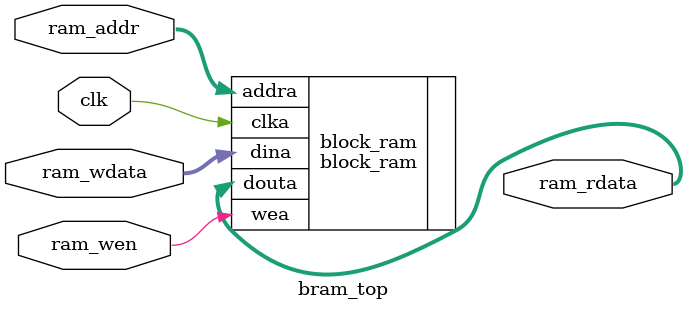
<source format=v>
module bram_top (
    input         clk      ,
    input  [15:0] ram_addr ,
    input  [31:0] ram_wdata,
    input         ram_wen  ,
    output [31:0] ram_rdata
);
					   
block_ram block_ram (
    .clka (clk       ),
    .wea  (ram_wen   ),
    .addra(ram_addr  ),
    .dina (ram_wdata ),
    .douta(ram_rdata ) 
);
endmodule

</source>
